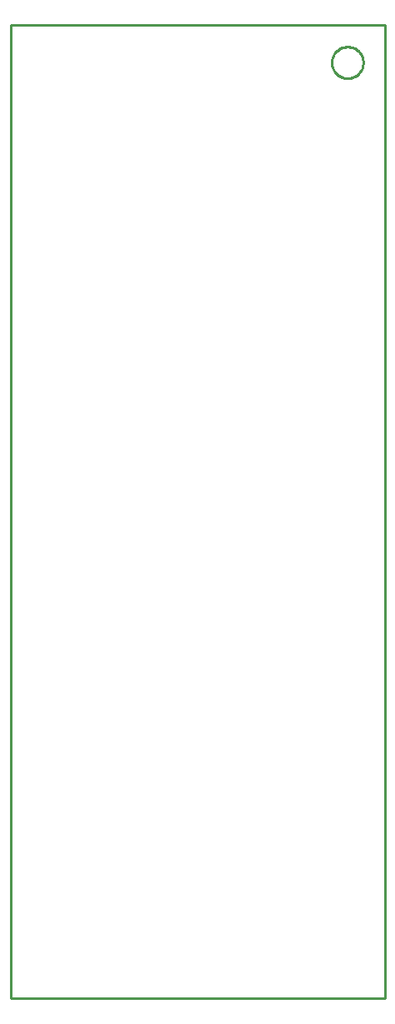
<source format=gko>
G04 EAGLE Gerber RS-274X export*
G75*
%MOMM*%
%FSLAX34Y34*%
%LPD*%
%INBoard Outline*%
%IPPOS*%
%AMOC8*
5,1,8,0,0,1.08239X$1,22.5*%
G01*
%ADD10C,0.000000*%
%ADD11C,0.254000*%


D10*
X381000Y0D02*
X381000Y990600D01*
X0Y990600D01*
X0Y0D01*
X381000Y0D01*
X326900Y952500D02*
X326905Y952893D01*
X326919Y953285D01*
X326943Y953677D01*
X326977Y954068D01*
X327020Y954459D01*
X327073Y954848D01*
X327136Y955235D01*
X327207Y955621D01*
X327289Y956006D01*
X327379Y956388D01*
X327480Y956767D01*
X327589Y957145D01*
X327708Y957519D01*
X327835Y957890D01*
X327972Y958258D01*
X328118Y958623D01*
X328273Y958984D01*
X328436Y959341D01*
X328608Y959694D01*
X328789Y960042D01*
X328979Y960386D01*
X329176Y960726D01*
X329382Y961060D01*
X329596Y961389D01*
X329819Y961713D01*
X330049Y962031D01*
X330286Y962344D01*
X330532Y962650D01*
X330785Y962951D01*
X331045Y963245D01*
X331312Y963533D01*
X331586Y963814D01*
X331867Y964088D01*
X332155Y964355D01*
X332449Y964615D01*
X332750Y964868D01*
X333056Y965114D01*
X333369Y965351D01*
X333687Y965581D01*
X334011Y965804D01*
X334340Y966018D01*
X334674Y966224D01*
X335014Y966421D01*
X335358Y966611D01*
X335706Y966792D01*
X336059Y966964D01*
X336416Y967127D01*
X336777Y967282D01*
X337142Y967428D01*
X337510Y967565D01*
X337881Y967692D01*
X338255Y967811D01*
X338633Y967920D01*
X339012Y968021D01*
X339394Y968111D01*
X339779Y968193D01*
X340165Y968264D01*
X340552Y968327D01*
X340941Y968380D01*
X341332Y968423D01*
X341723Y968457D01*
X342115Y968481D01*
X342507Y968495D01*
X342900Y968500D01*
X343293Y968495D01*
X343685Y968481D01*
X344077Y968457D01*
X344468Y968423D01*
X344859Y968380D01*
X345248Y968327D01*
X345635Y968264D01*
X346021Y968193D01*
X346406Y968111D01*
X346788Y968021D01*
X347167Y967920D01*
X347545Y967811D01*
X347919Y967692D01*
X348290Y967565D01*
X348658Y967428D01*
X349023Y967282D01*
X349384Y967127D01*
X349741Y966964D01*
X350094Y966792D01*
X350442Y966611D01*
X350786Y966421D01*
X351126Y966224D01*
X351460Y966018D01*
X351789Y965804D01*
X352113Y965581D01*
X352431Y965351D01*
X352744Y965114D01*
X353050Y964868D01*
X353351Y964615D01*
X353645Y964355D01*
X353933Y964088D01*
X354214Y963814D01*
X354488Y963533D01*
X354755Y963245D01*
X355015Y962951D01*
X355268Y962650D01*
X355514Y962344D01*
X355751Y962031D01*
X355981Y961713D01*
X356204Y961389D01*
X356418Y961060D01*
X356624Y960726D01*
X356821Y960386D01*
X357011Y960042D01*
X357192Y959694D01*
X357364Y959341D01*
X357527Y958984D01*
X357682Y958623D01*
X357828Y958258D01*
X357965Y957890D01*
X358092Y957519D01*
X358211Y957145D01*
X358320Y956767D01*
X358421Y956388D01*
X358511Y956006D01*
X358593Y955621D01*
X358664Y955235D01*
X358727Y954848D01*
X358780Y954459D01*
X358823Y954068D01*
X358857Y953677D01*
X358881Y953285D01*
X358895Y952893D01*
X358900Y952500D01*
X358895Y952107D01*
X358881Y951715D01*
X358857Y951323D01*
X358823Y950932D01*
X358780Y950541D01*
X358727Y950152D01*
X358664Y949765D01*
X358593Y949379D01*
X358511Y948994D01*
X358421Y948612D01*
X358320Y948233D01*
X358211Y947855D01*
X358092Y947481D01*
X357965Y947110D01*
X357828Y946742D01*
X357682Y946377D01*
X357527Y946016D01*
X357364Y945659D01*
X357192Y945306D01*
X357011Y944958D01*
X356821Y944614D01*
X356624Y944274D01*
X356418Y943940D01*
X356204Y943611D01*
X355981Y943287D01*
X355751Y942969D01*
X355514Y942656D01*
X355268Y942350D01*
X355015Y942049D01*
X354755Y941755D01*
X354488Y941467D01*
X354214Y941186D01*
X353933Y940912D01*
X353645Y940645D01*
X353351Y940385D01*
X353050Y940132D01*
X352744Y939886D01*
X352431Y939649D01*
X352113Y939419D01*
X351789Y939196D01*
X351460Y938982D01*
X351126Y938776D01*
X350786Y938579D01*
X350442Y938389D01*
X350094Y938208D01*
X349741Y938036D01*
X349384Y937873D01*
X349023Y937718D01*
X348658Y937572D01*
X348290Y937435D01*
X347919Y937308D01*
X347545Y937189D01*
X347167Y937080D01*
X346788Y936979D01*
X346406Y936889D01*
X346021Y936807D01*
X345635Y936736D01*
X345248Y936673D01*
X344859Y936620D01*
X344468Y936577D01*
X344077Y936543D01*
X343685Y936519D01*
X343293Y936505D01*
X342900Y936500D01*
X342507Y936505D01*
X342115Y936519D01*
X341723Y936543D01*
X341332Y936577D01*
X340941Y936620D01*
X340552Y936673D01*
X340165Y936736D01*
X339779Y936807D01*
X339394Y936889D01*
X339012Y936979D01*
X338633Y937080D01*
X338255Y937189D01*
X337881Y937308D01*
X337510Y937435D01*
X337142Y937572D01*
X336777Y937718D01*
X336416Y937873D01*
X336059Y938036D01*
X335706Y938208D01*
X335358Y938389D01*
X335014Y938579D01*
X334674Y938776D01*
X334340Y938982D01*
X334011Y939196D01*
X333687Y939419D01*
X333369Y939649D01*
X333056Y939886D01*
X332750Y940132D01*
X332449Y940385D01*
X332155Y940645D01*
X331867Y940912D01*
X331586Y941186D01*
X331312Y941467D01*
X331045Y941755D01*
X330785Y942049D01*
X330532Y942350D01*
X330286Y942656D01*
X330049Y942969D01*
X329819Y943287D01*
X329596Y943611D01*
X329382Y943940D01*
X329176Y944274D01*
X328979Y944614D01*
X328789Y944958D01*
X328608Y945306D01*
X328436Y945659D01*
X328273Y946016D01*
X328118Y946377D01*
X327972Y946742D01*
X327835Y947110D01*
X327708Y947481D01*
X327589Y947855D01*
X327480Y948233D01*
X327379Y948612D01*
X327289Y948994D01*
X327207Y949379D01*
X327136Y949765D01*
X327073Y950152D01*
X327020Y950541D01*
X326977Y950932D01*
X326943Y951323D01*
X326919Y951715D01*
X326905Y952107D01*
X326900Y952500D01*
D11*
X0Y0D02*
X381000Y0D01*
X381000Y990600D01*
X0Y990600D01*
X0Y0D01*
X358900Y951976D02*
X358832Y950931D01*
X358695Y949892D01*
X358490Y948865D01*
X358219Y947853D01*
X357883Y946861D01*
X357482Y945893D01*
X357018Y944954D01*
X356495Y944046D01*
X355913Y943175D01*
X355275Y942344D01*
X354584Y941557D01*
X353843Y940816D01*
X353056Y940125D01*
X352225Y939488D01*
X351354Y938906D01*
X350446Y938382D01*
X349507Y937918D01*
X348539Y937517D01*
X347547Y937181D01*
X346535Y936910D01*
X345508Y936705D01*
X344469Y936569D01*
X343424Y936500D01*
X342376Y936500D01*
X341331Y936569D01*
X340292Y936705D01*
X339265Y936910D01*
X338253Y937181D01*
X337261Y937517D01*
X336293Y937918D01*
X335354Y938382D01*
X334446Y938906D01*
X333575Y939488D01*
X332744Y940125D01*
X331957Y940816D01*
X331216Y941557D01*
X330525Y942344D01*
X329888Y943175D01*
X329306Y944046D01*
X328782Y944954D01*
X328318Y945893D01*
X327917Y946861D01*
X327581Y947853D01*
X327310Y948865D01*
X327105Y949892D01*
X326969Y950931D01*
X326900Y951976D01*
X326900Y953024D01*
X326969Y954069D01*
X327105Y955108D01*
X327310Y956135D01*
X327581Y957147D01*
X327917Y958139D01*
X328318Y959107D01*
X328782Y960046D01*
X329306Y960954D01*
X329888Y961825D01*
X330525Y962656D01*
X331216Y963443D01*
X331957Y964184D01*
X332744Y964875D01*
X333575Y965513D01*
X334446Y966095D01*
X335354Y966618D01*
X336293Y967082D01*
X337261Y967483D01*
X338253Y967819D01*
X339265Y968090D01*
X340292Y968295D01*
X341331Y968432D01*
X342376Y968500D01*
X343424Y968500D01*
X344469Y968432D01*
X345508Y968295D01*
X346535Y968090D01*
X347547Y967819D01*
X348539Y967483D01*
X349507Y967082D01*
X350446Y966618D01*
X351354Y966095D01*
X352225Y965513D01*
X353056Y964875D01*
X353843Y964184D01*
X354584Y963443D01*
X355275Y962656D01*
X355913Y961825D01*
X356495Y960954D01*
X357018Y960046D01*
X357482Y959107D01*
X357883Y958139D01*
X358219Y957147D01*
X358490Y956135D01*
X358695Y955108D01*
X358832Y954069D01*
X358900Y953024D01*
X358900Y951976D01*
M02*

</source>
